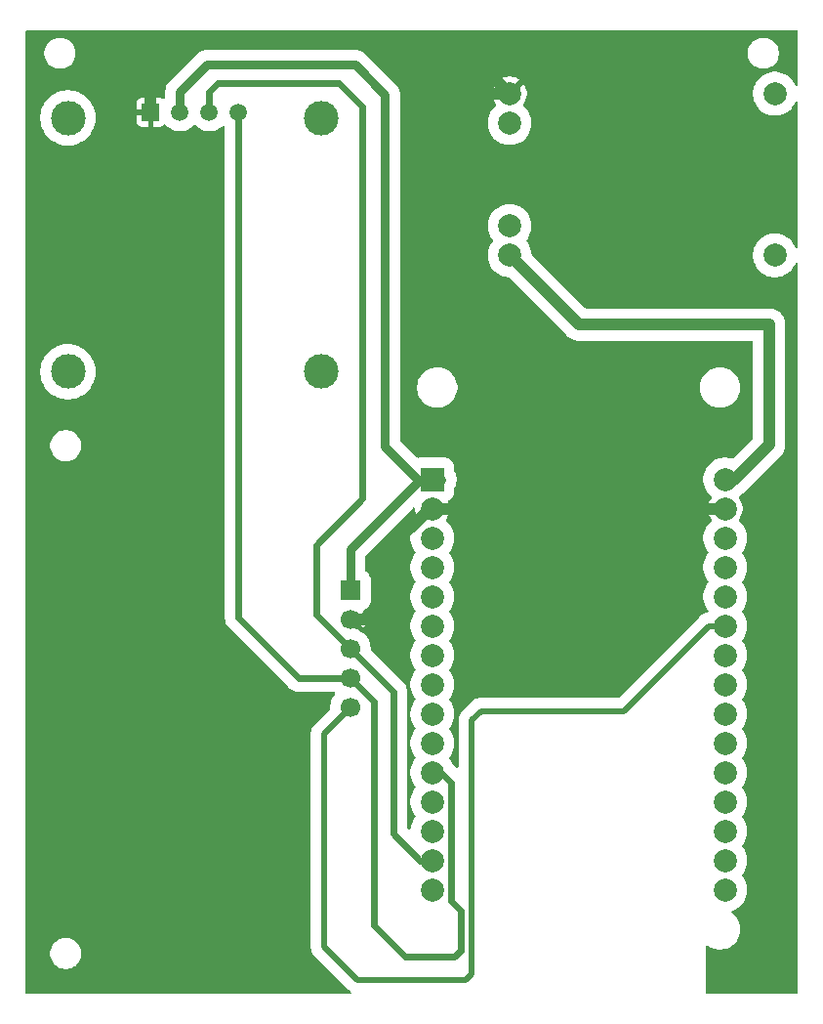
<source format=gbr>
%TF.GenerationSoftware,KiCad,Pcbnew,9.0.2*%
%TF.CreationDate,2025-07-16T22:08:15-05:00*%
%TF.ProjectId,PCB,5043422e-6b69-4636-9164-5f7063625858,rev?*%
%TF.SameCoordinates,Original*%
%TF.FileFunction,Copper,L2,Bot*%
%TF.FilePolarity,Positive*%
%FSLAX46Y46*%
G04 Gerber Fmt 4.6, Leading zero omitted, Abs format (unit mm)*
G04 Created by KiCad (PCBNEW 9.0.2) date 2025-07-16 22:08:15*
%MOMM*%
%LPD*%
G01*
G04 APERTURE LIST*
%TA.AperFunction,ComponentPad*%
%ADD10R,1.700000X1.700000*%
%TD*%
%TA.AperFunction,ComponentPad*%
%ADD11C,1.700000*%
%TD*%
%TA.AperFunction,ComponentPad*%
%ADD12C,2.000000*%
%TD*%
%TA.AperFunction,ComponentPad*%
%ADD13R,1.508000X1.508000*%
%TD*%
%TA.AperFunction,ComponentPad*%
%ADD14C,1.508000*%
%TD*%
%TA.AperFunction,ComponentPad*%
%ADD15C,3.000000*%
%TD*%
%TA.AperFunction,ComponentPad*%
%ADD16R,2.000000X2.000000*%
%TD*%
%TA.AperFunction,Conductor*%
%ADD17C,0.500000*%
%TD*%
%TA.AperFunction,Conductor*%
%ADD18C,0.600000*%
%TD*%
%TA.AperFunction,Conductor*%
%ADD19C,1.000000*%
%TD*%
%TA.AperFunction,Conductor*%
%ADD20C,0.800000*%
%TD*%
G04 APERTURE END LIST*
D10*
%TO.P,J2,1,Pin_1*%
%TO.N,+3V3*%
X149690000Y-99515000D03*
D11*
%TO.P,J2,2,Pin_2*%
%TO.N,GND*%
X149690000Y-102055000D03*
%TO.P,J2,3,Pin_3*%
%TO.N,/SCL1*%
X149690000Y-104595000D03*
%TO.P,J2,4,Pin_4*%
%TO.N,/SDA1*%
X149690000Y-107135000D03*
%TO.P,J2,5,Pin_5*%
%TO.N,/DRDY1*%
X149690000Y-109675000D03*
%TD*%
D12*
%TO.P,U4,1,IN+*%
%TO.N,unconnected-(U4-IN+-Pad1)*%
X186500000Y-70500000D03*
%TO.P,U4,2,IN-*%
%TO.N,unconnected-(U4-IN--Pad2)*%
X186500000Y-56500000D03*
%TO.P,U4,3,OUT+*%
%TO.N,VBAT*%
X163500000Y-70500000D03*
%TO.P,U4,4,OUT-*%
%TO.N,GND*%
X163500000Y-56500000D03*
%TO.P,U4,5,B+*%
%TO.N,unconnected-(U4-B+-Pad5)*%
X163500000Y-67960000D03*
%TO.P,U4,6,B-*%
%TO.N,unconnected-(U4-B--Pad6)*%
X163500000Y-59040000D03*
%TD*%
D13*
%TO.P,U2,1,GND*%
%TO.N,GND*%
X132380000Y-58095000D03*
D14*
%TO.P,U2,2,VCC_IN*%
%TO.N,+3V3*%
X134920000Y-58095000D03*
%TO.P,U2,3,SCL*%
%TO.N,/SCL1*%
X137460000Y-58095000D03*
%TO.P,U2,4,SDA*%
%TO.N,/SDA1*%
X140000000Y-58095000D03*
D15*
%TO.P,U2,S1*%
%TO.N,N/C*%
X125190000Y-58595000D03*
%TO.P,U2,S2*%
X147190000Y-58595000D03*
%TO.P,U2,S3*%
X147190000Y-80595000D03*
%TO.P,U2,S4*%
X125190000Y-80595000D03*
%TD*%
D16*
%TO.P,U1,1,3V3*%
%TO.N,+3V3*%
X156800000Y-89920000D03*
D12*
%TO.P,U1,2,GND*%
%TO.N,GND*%
X156800000Y-92460000D03*
%TO.P,U1,3,D15*%
%TO.N,unconnected-(U1-D15-Pad3)*%
X156800000Y-95000000D03*
%TO.P,U1,4,D2*%
%TO.N,unconnected-(U1-D2-Pad4)*%
X156800000Y-97540000D03*
%TO.P,U1,5,D4*%
%TO.N,unconnected-(U1-D4-Pad5)*%
X156800000Y-100080000D03*
%TO.P,U1,6,RX2*%
%TO.N,unconnected-(U1-RX2-Pad6)*%
X156800000Y-102620000D03*
%TO.P,U1,7,TX2*%
%TO.N,unconnected-(U1-TX2-Pad7)*%
X156800000Y-105160000D03*
%TO.P,U1,8,D5*%
%TO.N,unconnected-(U1-D5-Pad8)*%
X156800000Y-107700000D03*
%TO.P,U1,9,D18*%
%TO.N,unconnected-(U1-D18-Pad9)*%
X156800000Y-110240000D03*
%TO.P,U1,10,D19*%
%TO.N,unconnected-(U1-D19-Pad10)*%
X156800000Y-112780000D03*
%TO.P,U1,11,D21*%
%TO.N,/SDA1*%
X156800000Y-115320000D03*
%TO.P,U1,12,RX0*%
%TO.N,unconnected-(U1-RX0-Pad12)*%
X156800000Y-117860000D03*
%TO.P,U1,13,TX0*%
%TO.N,unconnected-(U1-TX0-Pad13)*%
X156800000Y-120400000D03*
%TO.P,U1,14,D22*%
%TO.N,/SCL1*%
X156800000Y-122940000D03*
%TO.P,U1,15,D23*%
%TO.N,unconnected-(U1-D23-Pad15)*%
X156800000Y-125480000D03*
%TO.P,U1,16,EN*%
%TO.N,unconnected-(U1-EN-Pad16)*%
X182200000Y-125480000D03*
%TO.P,U1,17,VP*%
%TO.N,unconnected-(U1-VP-Pad17)*%
X182200000Y-122940000D03*
%TO.P,U1,18,VN*%
%TO.N,unconnected-(U1-VN-Pad18)*%
X182200000Y-120400000D03*
%TO.P,U1,19,D34*%
%TO.N,unconnected-(U1-D34-Pad19)*%
X182200000Y-117860000D03*
%TO.P,U1,20,D35*%
%TO.N,unconnected-(U1-D35-Pad20)*%
X182200000Y-115320000D03*
%TO.P,U1,21,D32*%
%TO.N,unconnected-(U1-D32-Pad21)*%
X182200000Y-112780000D03*
%TO.P,U1,22,D33*%
%TO.N,unconnected-(U1-D33-Pad22)*%
X182200000Y-110240000D03*
%TO.P,U1,23,D25*%
%TO.N,unconnected-(U1-D25-Pad23)*%
X182200000Y-107700000D03*
%TO.P,U1,24,D26*%
%TO.N,unconnected-(U1-D26-Pad24)*%
X182200000Y-105160000D03*
%TO.P,U1,25,D27*%
%TO.N,/DRDY1*%
X182200000Y-102620000D03*
%TO.P,U1,26,D14*%
%TO.N,unconnected-(U1-D14-Pad26)*%
X182200000Y-100080000D03*
%TO.P,U1,27,D12*%
%TO.N,unconnected-(U1-D12-Pad27)*%
X182200000Y-97540000D03*
%TO.P,U1,28,D13*%
%TO.N,unconnected-(U1-D13-Pad28)*%
X182200000Y-95000000D03*
%TO.P,U1,29,GND*%
%TO.N,GND*%
X182200000Y-92460000D03*
%TO.P,U1,30,VIN*%
%TO.N,VBAT*%
X182200000Y-89920000D03*
%TD*%
D17*
%TO.N,/DRDY1*%
X147405702Y-111959298D02*
X149690000Y-109675000D01*
X147405702Y-130405702D02*
X147405702Y-111959298D01*
X160219743Y-132794057D02*
X159726643Y-133287157D01*
X150287157Y-133287157D02*
X147405702Y-130405702D01*
X159726643Y-133287157D02*
X150287157Y-133287157D01*
X160219743Y-110780257D02*
X160219743Y-132794057D01*
X173405787Y-110000000D02*
X161000000Y-110000000D01*
X161000000Y-110000000D02*
X160219743Y-110780257D01*
X180785787Y-102620000D02*
X173405787Y-110000000D01*
X182200000Y-102620000D02*
X180785787Y-102620000D01*
D18*
%TO.N,/SDA1*%
X140000000Y-101905000D02*
X140000000Y-58095000D01*
X158694000Y-131306000D02*
X159271000Y-130729000D01*
X145230000Y-107135000D02*
X140000000Y-101905000D01*
X159271000Y-127260448D02*
X158441004Y-126430452D01*
X151690000Y-128595000D02*
X154401000Y-131306000D01*
X158441004Y-116161004D02*
X157600000Y-115320000D01*
X154401000Y-131306000D02*
X158694000Y-131306000D01*
X139690000Y-58095000D02*
X140000000Y-58095000D01*
X149690000Y-107135000D02*
X151690000Y-109135000D01*
X159271000Y-130729000D02*
X159271000Y-127260448D01*
X158441004Y-126430452D02*
X158441004Y-116161004D01*
X151690000Y-109135000D02*
X151690000Y-128595000D01*
X149690000Y-107135000D02*
X145230000Y-107135000D01*
D19*
%TO.N,GND*%
X149690000Y-102055000D02*
X150892081Y-102055000D01*
X150892081Y-102055000D02*
X153190000Y-99757081D01*
X159095000Y-52095000D02*
X163500000Y-56500000D01*
X136190000Y-52095000D02*
X159095000Y-52095000D01*
X132380000Y-55905000D02*
X136190000Y-52095000D01*
X153190000Y-95810000D02*
X156445000Y-92555000D01*
X160960000Y-92460000D02*
X182200000Y-92460000D01*
X156800000Y-92460000D02*
X159040000Y-92460000D01*
X159040000Y-92460000D02*
X160000000Y-91500000D01*
X160000000Y-91500000D02*
X160000000Y-56500000D01*
X160000000Y-56500000D02*
X163500000Y-56500000D01*
X160960000Y-92460000D02*
X160000000Y-91500000D01*
X153190000Y-99757081D02*
X153190000Y-95810000D01*
X132380000Y-58095000D02*
X132380000Y-55905000D01*
D20*
%TO.N,+3V3*%
X137285000Y-54000000D02*
X134920000Y-56365000D01*
X152690000Y-87095000D02*
X152690000Y-56595000D01*
X134920000Y-56365000D02*
X134920000Y-58095000D01*
X150095000Y-54000000D02*
X137285000Y-54000000D01*
X149690000Y-99515000D02*
X149690000Y-95935000D01*
X152690000Y-56595000D02*
X150095000Y-54000000D01*
X155610000Y-90015000D02*
X157505000Y-90015000D01*
X149690000Y-95935000D02*
X155610000Y-90015000D01*
X155610000Y-90015000D02*
X152690000Y-87095000D01*
X157505000Y-90015000D02*
X157600000Y-89920000D01*
D18*
%TO.N,/SCL1*%
X153382034Y-120575910D02*
X155746124Y-122940000D01*
X146690000Y-95595000D02*
X146690000Y-101595000D01*
X149690000Y-104595000D02*
X150190000Y-104595000D01*
X148677810Y-55582810D02*
X150690000Y-57595000D01*
X137460000Y-56325000D02*
X138202190Y-55582810D01*
X149690000Y-104595000D02*
X153382034Y-108287034D01*
X137460000Y-58095000D02*
X137460000Y-56325000D01*
X150690000Y-91595000D02*
X146690000Y-95595000D01*
X150690000Y-57595000D02*
X150690000Y-91595000D01*
X138202190Y-55582810D02*
X148677810Y-55582810D01*
X146690000Y-101595000D02*
X149690000Y-104595000D01*
X155746124Y-122940000D02*
X156800000Y-122940000D01*
X153382034Y-108287034D02*
X153382034Y-120575910D01*
D19*
%TO.N,VBAT*%
X186000000Y-86920000D02*
X183000000Y-89920000D01*
X163500000Y-70500000D02*
X169500000Y-76500000D01*
X186000000Y-76500000D02*
X186000000Y-86920000D01*
X169500000Y-76500000D02*
X186000000Y-76500000D01*
%TD*%
%TA.AperFunction,Conductor*%
%TO.N,GND*%
G36*
X188442539Y-51020185D02*
G01*
X188488294Y-51072989D01*
X188499500Y-51124500D01*
X188499500Y-55737584D01*
X188479815Y-55804623D01*
X188427011Y-55850378D01*
X188357853Y-55860322D01*
X188294297Y-55831297D01*
X188260939Y-55785037D01*
X188223726Y-55695197D01*
X188208164Y-55657627D01*
X188083599Y-55441873D01*
X187931938Y-55244224D01*
X187931933Y-55244218D01*
X187755781Y-55068066D01*
X187755774Y-55068060D01*
X187558126Y-54916400D01*
X187342376Y-54791837D01*
X187342361Y-54791830D01*
X187112207Y-54696498D01*
X186871561Y-54632017D01*
X186624575Y-54599501D01*
X186624570Y-54599500D01*
X186624565Y-54599500D01*
X186375435Y-54599500D01*
X186375429Y-54599500D01*
X186375424Y-54599501D01*
X186128438Y-54632017D01*
X185887792Y-54696498D01*
X185657638Y-54791830D01*
X185657623Y-54791837D01*
X185441873Y-54916400D01*
X185244225Y-55068060D01*
X185244218Y-55068066D01*
X185068066Y-55244218D01*
X185068060Y-55244225D01*
X184916400Y-55441873D01*
X184791837Y-55657623D01*
X184791830Y-55657638D01*
X184696498Y-55887792D01*
X184632017Y-56128438D01*
X184599501Y-56375424D01*
X184599500Y-56375435D01*
X184599500Y-56624558D01*
X184599501Y-56624575D01*
X184631018Y-56863976D01*
X184632018Y-56871565D01*
X184651678Y-56944936D01*
X184696498Y-57112207D01*
X184791830Y-57342361D01*
X184791837Y-57342376D01*
X184916400Y-57558126D01*
X185068060Y-57755774D01*
X185068066Y-57755781D01*
X185244218Y-57931933D01*
X185244225Y-57931939D01*
X185441873Y-58083599D01*
X185657623Y-58208162D01*
X185657638Y-58208169D01*
X185756825Y-58249253D01*
X185887793Y-58303502D01*
X186128435Y-58367982D01*
X186375435Y-58400500D01*
X186375442Y-58400500D01*
X186624558Y-58400500D01*
X186624565Y-58400500D01*
X186871565Y-58367982D01*
X187112207Y-58303502D01*
X187342373Y-58208164D01*
X187558127Y-58083599D01*
X187755776Y-57931938D01*
X187931938Y-57755776D01*
X188083599Y-57558127D01*
X188208164Y-57342373D01*
X188260939Y-57214962D01*
X188304780Y-57160559D01*
X188371074Y-57138494D01*
X188438773Y-57155773D01*
X188486384Y-57206910D01*
X188499500Y-57262415D01*
X188499500Y-69737584D01*
X188479815Y-69804623D01*
X188427011Y-69850378D01*
X188357853Y-69860322D01*
X188294297Y-69831297D01*
X188260939Y-69785037D01*
X188241283Y-69737584D01*
X188208164Y-69657627D01*
X188083599Y-69441873D01*
X187931938Y-69244224D01*
X187931933Y-69244218D01*
X187755781Y-69068066D01*
X187755774Y-69068060D01*
X187558126Y-68916400D01*
X187342376Y-68791837D01*
X187342361Y-68791830D01*
X187112207Y-68696498D01*
X186871561Y-68632017D01*
X186624575Y-68599501D01*
X186624570Y-68599500D01*
X186624565Y-68599500D01*
X186375435Y-68599500D01*
X186375429Y-68599500D01*
X186375424Y-68599501D01*
X186128438Y-68632017D01*
X185887792Y-68696498D01*
X185657638Y-68791830D01*
X185657623Y-68791837D01*
X185441873Y-68916400D01*
X185244225Y-69068060D01*
X185244218Y-69068066D01*
X185068066Y-69244218D01*
X185068060Y-69244225D01*
X184916400Y-69441873D01*
X184791837Y-69657623D01*
X184791830Y-69657638D01*
X184696498Y-69887792D01*
X184632017Y-70128438D01*
X184599501Y-70375424D01*
X184599500Y-70375441D01*
X184599500Y-70624558D01*
X184599501Y-70624575D01*
X184632017Y-70871561D01*
X184696498Y-71112207D01*
X184791830Y-71342361D01*
X184791837Y-71342376D01*
X184916400Y-71558126D01*
X185068060Y-71755774D01*
X185068066Y-71755781D01*
X185244218Y-71931933D01*
X185244225Y-71931939D01*
X185441873Y-72083599D01*
X185657623Y-72208162D01*
X185657638Y-72208169D01*
X185756825Y-72249253D01*
X185887793Y-72303502D01*
X186128435Y-72367982D01*
X186375435Y-72400500D01*
X186375442Y-72400500D01*
X186624558Y-72400500D01*
X186624565Y-72400500D01*
X186871565Y-72367982D01*
X187112207Y-72303502D01*
X187342373Y-72208164D01*
X187558127Y-72083599D01*
X187755776Y-71931938D01*
X187931938Y-71755776D01*
X188083599Y-71558127D01*
X188208164Y-71342373D01*
X188260939Y-71214962D01*
X188304780Y-71160559D01*
X188371074Y-71138494D01*
X188438773Y-71155773D01*
X188486384Y-71206910D01*
X188499500Y-71262415D01*
X188499500Y-134375500D01*
X188479815Y-134442539D01*
X188427011Y-134488294D01*
X188375500Y-134499500D01*
X180624000Y-134499500D01*
X180556961Y-134479815D01*
X180511206Y-134427011D01*
X180500000Y-134375500D01*
X180500000Y-130424091D01*
X180519685Y-130357052D01*
X180572489Y-130311297D01*
X180641647Y-130301353D01*
X180699484Y-130325714D01*
X180755388Y-130368611D01*
X180954112Y-130483344D01*
X180954117Y-130483346D01*
X180954123Y-130483349D01*
X181045480Y-130521190D01*
X181166113Y-130571158D01*
X181387762Y-130630548D01*
X181615266Y-130660500D01*
X181615273Y-130660500D01*
X181844727Y-130660500D01*
X181844734Y-130660500D01*
X182072238Y-130630548D01*
X182293887Y-130571158D01*
X182505888Y-130483344D01*
X182704612Y-130368611D01*
X182886661Y-130228919D01*
X182886665Y-130228914D01*
X182886670Y-130228911D01*
X183048911Y-130066670D01*
X183048914Y-130066665D01*
X183048919Y-130066661D01*
X183188611Y-129884612D01*
X183303344Y-129685888D01*
X183391158Y-129473887D01*
X183450548Y-129252238D01*
X183480500Y-129024734D01*
X183480500Y-128795266D01*
X183450548Y-128567762D01*
X183391158Y-128346113D01*
X183303344Y-128134112D01*
X183188611Y-127935388D01*
X183188608Y-127935385D01*
X183188607Y-127935382D01*
X183048918Y-127753338D01*
X183048911Y-127753330D01*
X182886670Y-127591089D01*
X182886665Y-127591085D01*
X182886661Y-127591081D01*
X182769776Y-127501391D01*
X182728576Y-127444966D01*
X182724421Y-127375219D01*
X182758634Y-127314299D01*
X182808690Y-127285798D01*
X182808355Y-127284810D01*
X182812192Y-127283505D01*
X182812207Y-127283502D01*
X183042373Y-127188164D01*
X183258127Y-127063599D01*
X183455776Y-126911938D01*
X183631938Y-126735776D01*
X183783599Y-126538127D01*
X183908164Y-126322373D01*
X184003502Y-126092207D01*
X184067982Y-125851565D01*
X184100500Y-125604565D01*
X184100500Y-125355435D01*
X184067982Y-125108435D01*
X184003502Y-124867793D01*
X183908164Y-124637627D01*
X183783599Y-124421873D01*
X183678946Y-124285486D01*
X183653752Y-124220317D01*
X183667790Y-124151872D01*
X183678946Y-124134514D01*
X183695260Y-124113251D01*
X183783599Y-123998127D01*
X183908164Y-123782373D01*
X184003502Y-123552207D01*
X184067982Y-123311565D01*
X184100500Y-123064565D01*
X184100500Y-122815435D01*
X184067982Y-122568435D01*
X184003502Y-122327793D01*
X183908164Y-122097627D01*
X183898854Y-122081502D01*
X183783599Y-121881873D01*
X183678946Y-121745486D01*
X183653752Y-121680317D01*
X183667790Y-121611872D01*
X183678946Y-121594514D01*
X183695260Y-121573251D01*
X183783599Y-121458127D01*
X183908164Y-121242373D01*
X184003502Y-121012207D01*
X184067982Y-120771565D01*
X184100500Y-120524565D01*
X184100500Y-120275435D01*
X184067982Y-120028435D01*
X184003502Y-119787793D01*
X183908164Y-119557627D01*
X183783599Y-119341873D01*
X183678946Y-119205486D01*
X183653752Y-119140317D01*
X183667790Y-119071872D01*
X183678946Y-119054514D01*
X183695260Y-119033251D01*
X183783599Y-118918127D01*
X183908164Y-118702373D01*
X184003502Y-118472207D01*
X184067982Y-118231565D01*
X184100500Y-117984565D01*
X184100500Y-117735435D01*
X184067982Y-117488435D01*
X184003502Y-117247793D01*
X183908164Y-117017627D01*
X183783599Y-116801873D01*
X183678946Y-116665486D01*
X183653752Y-116600317D01*
X183667790Y-116531872D01*
X183678946Y-116514514D01*
X183695260Y-116493251D01*
X183783599Y-116378127D01*
X183908164Y-116162373D01*
X184003502Y-115932207D01*
X184067982Y-115691565D01*
X184100500Y-115444565D01*
X184100500Y-115195435D01*
X184067982Y-114948435D01*
X184003502Y-114707793D01*
X183908164Y-114477627D01*
X183783599Y-114261873D01*
X183678946Y-114125486D01*
X183653752Y-114060317D01*
X183667790Y-113991872D01*
X183678946Y-113974514D01*
X183695260Y-113953251D01*
X183783599Y-113838127D01*
X183908164Y-113622373D01*
X184003502Y-113392207D01*
X184067982Y-113151565D01*
X184100500Y-112904565D01*
X184100500Y-112655435D01*
X184067982Y-112408435D01*
X184003502Y-112167793D01*
X183908164Y-111937627D01*
X183783599Y-111721873D01*
X183678946Y-111585486D01*
X183653752Y-111520317D01*
X183667790Y-111451872D01*
X183678946Y-111434514D01*
X183738959Y-111356303D01*
X183783599Y-111298127D01*
X183908164Y-111082373D01*
X184003502Y-110852207D01*
X184067982Y-110611565D01*
X184100500Y-110364565D01*
X184100500Y-110115435D01*
X184067982Y-109868435D01*
X184003502Y-109627793D01*
X183908164Y-109397627D01*
X183870714Y-109332762D01*
X183783599Y-109181873D01*
X183678946Y-109045486D01*
X183653752Y-108980317D01*
X183667790Y-108911872D01*
X183678946Y-108894514D01*
X183715661Y-108846666D01*
X183783599Y-108758127D01*
X183908164Y-108542373D01*
X184003502Y-108312207D01*
X184067982Y-108071565D01*
X184100500Y-107824565D01*
X184100500Y-107575435D01*
X184067982Y-107328435D01*
X184003502Y-107087793D01*
X183908164Y-106857627D01*
X183783599Y-106641873D01*
X183678946Y-106505486D01*
X183653752Y-106440317D01*
X183667790Y-106371872D01*
X183678946Y-106354514D01*
X183695260Y-106333251D01*
X183783599Y-106218127D01*
X183908164Y-106002373D01*
X184003502Y-105772207D01*
X184067982Y-105531565D01*
X184100500Y-105284565D01*
X184100500Y-105035435D01*
X184067982Y-104788435D01*
X184003502Y-104547793D01*
X183908164Y-104317627D01*
X183870714Y-104252762D01*
X183783599Y-104101873D01*
X183678946Y-103965486D01*
X183653752Y-103900317D01*
X183667790Y-103831872D01*
X183678946Y-103814514D01*
X183695260Y-103793251D01*
X183783599Y-103678127D01*
X183908164Y-103462373D01*
X184003502Y-103232207D01*
X184067982Y-102991565D01*
X184100500Y-102744565D01*
X184100500Y-102495435D01*
X184067982Y-102248435D01*
X184003502Y-102007793D01*
X183943115Y-101862007D01*
X183908169Y-101777638D01*
X183908162Y-101777623D01*
X183783599Y-101561873D01*
X183678946Y-101425486D01*
X183653752Y-101360317D01*
X183667790Y-101291872D01*
X183678946Y-101274514D01*
X183717941Y-101223694D01*
X183783599Y-101138127D01*
X183908164Y-100922373D01*
X184003502Y-100692207D01*
X184067982Y-100451565D01*
X184100500Y-100204565D01*
X184100500Y-99955435D01*
X184067982Y-99708435D01*
X184003502Y-99467793D01*
X183908164Y-99237627D01*
X183783599Y-99021873D01*
X183678946Y-98885486D01*
X183653752Y-98820317D01*
X183667790Y-98751872D01*
X183678946Y-98734514D01*
X183695260Y-98713251D01*
X183783599Y-98598127D01*
X183908164Y-98382373D01*
X184003502Y-98152207D01*
X184067982Y-97911565D01*
X184100500Y-97664565D01*
X184100500Y-97415435D01*
X184067982Y-97168435D01*
X184003502Y-96927793D01*
X183908164Y-96697627D01*
X183783599Y-96481873D01*
X183678946Y-96345486D01*
X183653752Y-96280317D01*
X183667790Y-96211872D01*
X183678946Y-96194514D01*
X183717994Y-96143625D01*
X183783599Y-96058127D01*
X183908164Y-95842373D01*
X184003502Y-95612207D01*
X184067982Y-95371565D01*
X184100500Y-95124565D01*
X184100500Y-94875435D01*
X184067982Y-94628435D01*
X184003502Y-94387793D01*
X183908164Y-94157627D01*
X183783599Y-93941873D01*
X183631938Y-93744224D01*
X183631933Y-93744218D01*
X183455781Y-93568066D01*
X183455774Y-93568060D01*
X183418878Y-93539749D01*
X183377675Y-93483322D01*
X183373520Y-93413576D01*
X183394046Y-93368487D01*
X183482914Y-93246171D01*
X183590102Y-93035802D01*
X183663065Y-92811247D01*
X183700000Y-92578052D01*
X183700000Y-92341947D01*
X183663065Y-92108752D01*
X183590102Y-91884197D01*
X183482914Y-91673828D01*
X183394046Y-91551512D01*
X183370566Y-91485705D01*
X183386391Y-91417651D01*
X183418876Y-91380251D01*
X183455776Y-91351938D01*
X183630181Y-91177532D01*
X183661558Y-91154736D01*
X183734022Y-91117815D01*
X183912364Y-90988242D01*
X186905296Y-87995308D01*
X186905303Y-87995303D01*
X186912363Y-87988243D01*
X186912365Y-87988242D01*
X187068242Y-87832365D01*
X187197815Y-87654022D01*
X187297895Y-87457606D01*
X187366015Y-87247951D01*
X187374029Y-87197352D01*
X187400501Y-87030221D01*
X187400501Y-86809778D01*
X187400501Y-86805377D01*
X187400500Y-86805362D01*
X187400500Y-76389778D01*
X187366015Y-76172049D01*
X187297895Y-75962394D01*
X187297895Y-75962393D01*
X187263237Y-75894375D01*
X187197815Y-75765978D01*
X187181260Y-75743192D01*
X187068247Y-75587641D01*
X187068243Y-75587636D01*
X186912363Y-75431756D01*
X186912358Y-75431752D01*
X186734025Y-75302187D01*
X186734024Y-75302186D01*
X186734022Y-75302185D01*
X186671096Y-75270122D01*
X186537606Y-75202104D01*
X186537603Y-75202103D01*
X186327952Y-75133985D01*
X186219086Y-75116742D01*
X186110222Y-75099500D01*
X186110221Y-75099500D01*
X170131469Y-75099500D01*
X170064430Y-75079815D01*
X170043788Y-75063181D01*
X165436619Y-70456012D01*
X165403134Y-70394689D01*
X165400565Y-70376430D01*
X165400500Y-70375441D01*
X165400500Y-70375435D01*
X165367982Y-70128435D01*
X165303502Y-69887793D01*
X165208166Y-69657633D01*
X165208162Y-69657623D01*
X165083599Y-69441873D01*
X164978946Y-69305486D01*
X164953752Y-69240317D01*
X164967790Y-69171872D01*
X164978946Y-69154514D01*
X164995260Y-69133251D01*
X165083599Y-69018127D01*
X165208164Y-68802373D01*
X165303502Y-68572207D01*
X165367982Y-68331565D01*
X165400500Y-68084565D01*
X165400500Y-67835435D01*
X165367982Y-67588435D01*
X165303502Y-67347793D01*
X165208164Y-67117627D01*
X165083599Y-66901873D01*
X164931938Y-66704224D01*
X164931933Y-66704218D01*
X164755781Y-66528066D01*
X164755774Y-66528060D01*
X164558126Y-66376400D01*
X164342376Y-66251837D01*
X164342361Y-66251830D01*
X164112207Y-66156498D01*
X163871561Y-66092017D01*
X163624575Y-66059501D01*
X163624570Y-66059500D01*
X163624565Y-66059500D01*
X163375435Y-66059500D01*
X163375429Y-66059500D01*
X163375424Y-66059501D01*
X163128438Y-66092017D01*
X162887792Y-66156498D01*
X162657638Y-66251830D01*
X162657623Y-66251837D01*
X162441873Y-66376400D01*
X162244225Y-66528060D01*
X162244218Y-66528066D01*
X162068066Y-66704218D01*
X162068060Y-66704225D01*
X161916400Y-66901873D01*
X161791837Y-67117623D01*
X161791830Y-67117638D01*
X161696498Y-67347792D01*
X161632017Y-67588438D01*
X161599501Y-67835424D01*
X161599500Y-67835441D01*
X161599500Y-68084558D01*
X161599501Y-68084575D01*
X161632017Y-68331561D01*
X161696498Y-68572207D01*
X161791830Y-68802361D01*
X161791837Y-68802376D01*
X161916400Y-69018126D01*
X162021053Y-69154514D01*
X162046247Y-69219683D01*
X162032208Y-69288128D01*
X162021053Y-69305486D01*
X161916400Y-69441873D01*
X161791837Y-69657623D01*
X161791830Y-69657638D01*
X161696498Y-69887792D01*
X161632017Y-70128438D01*
X161599501Y-70375424D01*
X161599500Y-70375441D01*
X161599500Y-70624558D01*
X161599501Y-70624575D01*
X161632017Y-70871561D01*
X161696498Y-71112207D01*
X161791830Y-71342361D01*
X161791837Y-71342376D01*
X161916400Y-71558126D01*
X162068060Y-71755774D01*
X162068066Y-71755781D01*
X162244218Y-71931933D01*
X162244225Y-71931939D01*
X162441873Y-72083599D01*
X162657623Y-72208162D01*
X162657638Y-72208169D01*
X162756825Y-72249253D01*
X162887793Y-72303502D01*
X163128435Y-72367982D01*
X163375435Y-72400500D01*
X163375445Y-72400500D01*
X163376429Y-72400565D01*
X163376710Y-72400668D01*
X163379459Y-72401030D01*
X163379378Y-72401644D01*
X163442040Y-72424585D01*
X163456013Y-72436619D01*
X168431757Y-77412364D01*
X168587636Y-77568243D01*
X168587641Y-77568247D01*
X168743192Y-77681260D01*
X168765978Y-77697815D01*
X168894375Y-77763237D01*
X168962393Y-77797895D01*
X168962396Y-77797896D01*
X169067221Y-77831955D01*
X169172049Y-77866015D01*
X169389778Y-77900500D01*
X184475500Y-77900500D01*
X184542539Y-77920185D01*
X184588294Y-77972989D01*
X184599500Y-78024500D01*
X184599500Y-86288531D01*
X184579815Y-86355570D01*
X184563181Y-86376212D01*
X182871259Y-88068133D01*
X182809936Y-88101618D01*
X182751485Y-88100227D01*
X182571563Y-88052017D01*
X182324575Y-88019501D01*
X182324570Y-88019500D01*
X182324565Y-88019500D01*
X182075435Y-88019500D01*
X182075429Y-88019500D01*
X182075424Y-88019501D01*
X181828438Y-88052017D01*
X181587792Y-88116498D01*
X181357638Y-88211830D01*
X181357623Y-88211837D01*
X181141873Y-88336400D01*
X180944225Y-88488060D01*
X180944218Y-88488066D01*
X180768066Y-88664218D01*
X180768060Y-88664225D01*
X180616400Y-88861873D01*
X180491837Y-89077623D01*
X180491830Y-89077638D01*
X180396498Y-89307792D01*
X180332017Y-89548438D01*
X180299501Y-89795424D01*
X180299500Y-89795441D01*
X180299500Y-90044558D01*
X180299501Y-90044575D01*
X180332017Y-90291561D01*
X180396498Y-90532207D01*
X180491830Y-90762361D01*
X180491837Y-90762376D01*
X180616400Y-90978126D01*
X180768060Y-91175774D01*
X180768066Y-91175781D01*
X180944218Y-91351933D01*
X180944223Y-91351937D01*
X180981120Y-91380249D01*
X181022324Y-91436677D01*
X181026479Y-91506423D01*
X181005953Y-91551511D01*
X180917087Y-91673825D01*
X180809897Y-91884197D01*
X180736934Y-92108752D01*
X180700000Y-92341947D01*
X180700000Y-92578052D01*
X180736934Y-92811247D01*
X180809897Y-93035802D01*
X180917087Y-93246174D01*
X181005953Y-93368488D01*
X181029433Y-93434294D01*
X181013608Y-93502348D01*
X180981122Y-93539748D01*
X180944228Y-93568058D01*
X180944218Y-93568066D01*
X180768066Y-93744218D01*
X180768060Y-93744225D01*
X180616400Y-93941873D01*
X180491837Y-94157623D01*
X180491830Y-94157638D01*
X180396498Y-94387792D01*
X180332017Y-94628438D01*
X180299501Y-94875424D01*
X180299500Y-94875435D01*
X180299500Y-95124558D01*
X180299501Y-95124575D01*
X180332017Y-95371561D01*
X180396498Y-95612207D01*
X180491830Y-95842361D01*
X180491837Y-95842376D01*
X180616400Y-96058126D01*
X180721053Y-96194514D01*
X180746247Y-96259683D01*
X180732208Y-96328128D01*
X180721053Y-96345486D01*
X180616400Y-96481873D01*
X180491837Y-96697623D01*
X180491830Y-96697638D01*
X180396498Y-96927792D01*
X180332017Y-97168438D01*
X180299501Y-97415424D01*
X180299500Y-97415441D01*
X180299500Y-97664558D01*
X180299501Y-97664575D01*
X180332017Y-97911561D01*
X180396498Y-98152207D01*
X180491830Y-98382361D01*
X180491837Y-98382376D01*
X180616400Y-98598126D01*
X180721053Y-98734514D01*
X180746247Y-98799683D01*
X180732208Y-98868128D01*
X180721053Y-98885486D01*
X180616400Y-99021873D01*
X180491837Y-99237623D01*
X180491830Y-99237638D01*
X180396498Y-99467792D01*
X180332017Y-99708438D01*
X180299501Y-99955424D01*
X180299500Y-99955441D01*
X180299500Y-100204558D01*
X180299501Y-100204575D01*
X180332017Y-100451561D01*
X180396498Y-100692207D01*
X180491830Y-100922361D01*
X180491837Y-100922376D01*
X180616400Y-101138126D01*
X180721053Y-101274513D01*
X180731092Y-101300482D01*
X180744147Y-101325079D01*
X180743517Y-101332621D01*
X180746247Y-101339682D01*
X180740652Y-101366960D01*
X180738337Y-101394707D01*
X180733019Y-101404177D01*
X180732209Y-101408127D01*
X180721056Y-101425481D01*
X180716299Y-101431681D01*
X180659873Y-101472886D01*
X180637319Y-101478672D01*
X180516382Y-101497828D01*
X180516372Y-101497830D01*
X180344150Y-101553787D01*
X180344147Y-101553788D01*
X180182789Y-101636006D01*
X180036292Y-101742441D01*
X180036287Y-101742445D01*
X179908231Y-101870502D01*
X172965553Y-108813181D01*
X172904230Y-108846666D01*
X172877872Y-108849500D01*
X161095681Y-108849500D01*
X161095657Y-108849499D01*
X161090546Y-108849499D01*
X160909454Y-108849499D01*
X160849833Y-108858942D01*
X160730589Y-108877829D01*
X160558363Y-108933787D01*
X160558360Y-108933788D01*
X160397002Y-109016006D01*
X160250505Y-109122441D01*
X160250500Y-109122445D01*
X159342190Y-110030755D01*
X159287889Y-110105494D01*
X159247011Y-110161760D01*
X159235747Y-110177262D01*
X159153531Y-110338617D01*
X159153530Y-110338620D01*
X159097572Y-110510846D01*
X159069242Y-110689712D01*
X159069242Y-110875913D01*
X159069243Y-110875938D01*
X159069243Y-114792117D01*
X159049558Y-114859156D01*
X158996754Y-114904911D01*
X158927596Y-114914855D01*
X158864040Y-114885830D01*
X158857562Y-114879798D01*
X158562921Y-114585157D01*
X158536041Y-114544928D01*
X158508169Y-114477638D01*
X158508162Y-114477623D01*
X158383599Y-114261873D01*
X158278946Y-114125486D01*
X158253752Y-114060317D01*
X158267790Y-113991872D01*
X158278946Y-113974514D01*
X158295260Y-113953251D01*
X158383599Y-113838127D01*
X158508164Y-113622373D01*
X158603502Y-113392207D01*
X158667982Y-113151565D01*
X158700500Y-112904565D01*
X158700500Y-112655435D01*
X158667982Y-112408435D01*
X158603502Y-112167793D01*
X158508164Y-111937627D01*
X158383599Y-111721873D01*
X158278946Y-111585486D01*
X158253752Y-111520317D01*
X158267790Y-111451872D01*
X158278946Y-111434514D01*
X158338959Y-111356303D01*
X158383599Y-111298127D01*
X158508164Y-111082373D01*
X158603502Y-110852207D01*
X158667982Y-110611565D01*
X158700500Y-110364565D01*
X158700500Y-110115435D01*
X158667982Y-109868435D01*
X158603502Y-109627793D01*
X158508164Y-109397627D01*
X158470714Y-109332762D01*
X158383599Y-109181873D01*
X158278946Y-109045486D01*
X158253752Y-108980317D01*
X158267790Y-108911872D01*
X158278946Y-108894514D01*
X158315661Y-108846666D01*
X158383599Y-108758127D01*
X158508164Y-108542373D01*
X158603502Y-108312207D01*
X158667982Y-108071565D01*
X158700500Y-107824565D01*
X158700500Y-107575435D01*
X158667982Y-107328435D01*
X158603502Y-107087793D01*
X158508164Y-106857627D01*
X158383599Y-106641873D01*
X158278946Y-106505486D01*
X158253752Y-106440317D01*
X158267790Y-106371872D01*
X158278946Y-106354514D01*
X158295260Y-106333251D01*
X158383599Y-106218127D01*
X158508164Y-106002373D01*
X158603502Y-105772207D01*
X158667982Y-105531565D01*
X158700500Y-105284565D01*
X158700500Y-105035435D01*
X158667982Y-104788435D01*
X158603502Y-104547793D01*
X158508164Y-104317627D01*
X158470714Y-104252762D01*
X158383599Y-104101873D01*
X158278946Y-103965486D01*
X158253752Y-103900317D01*
X158267790Y-103831872D01*
X158278946Y-103814514D01*
X158295260Y-103793251D01*
X158383599Y-103678127D01*
X158508164Y-103462373D01*
X158603502Y-103232207D01*
X158667982Y-102991565D01*
X158700500Y-102744565D01*
X158700500Y-102495435D01*
X158667982Y-102248435D01*
X158603502Y-102007793D01*
X158543115Y-101862007D01*
X158508169Y-101777638D01*
X158508162Y-101777623D01*
X158383599Y-101561873D01*
X158278946Y-101425486D01*
X158253752Y-101360317D01*
X158267790Y-101291872D01*
X158278946Y-101274514D01*
X158317941Y-101223694D01*
X158383599Y-101138127D01*
X158508164Y-100922373D01*
X158603502Y-100692207D01*
X158667982Y-100451565D01*
X158700500Y-100204565D01*
X158700500Y-99955435D01*
X158667982Y-99708435D01*
X158603502Y-99467793D01*
X158508164Y-99237627D01*
X158383599Y-99021873D01*
X158278946Y-98885486D01*
X158253752Y-98820317D01*
X158267790Y-98751872D01*
X158278946Y-98734514D01*
X158295260Y-98713251D01*
X158383599Y-98598127D01*
X158508164Y-98382373D01*
X158603502Y-98152207D01*
X158667982Y-97911565D01*
X158700500Y-97664565D01*
X158700500Y-97415435D01*
X158667982Y-97168435D01*
X158603502Y-96927793D01*
X158508164Y-96697627D01*
X158383599Y-96481873D01*
X158278946Y-96345486D01*
X158253752Y-96280317D01*
X158267790Y-96211872D01*
X158278946Y-96194514D01*
X158317994Y-96143625D01*
X158383599Y-96058127D01*
X158508164Y-95842373D01*
X158603502Y-95612207D01*
X158667982Y-95371565D01*
X158700500Y-95124565D01*
X158700500Y-94875435D01*
X158667982Y-94628435D01*
X158603502Y-94387793D01*
X158508164Y-94157627D01*
X158383599Y-93941873D01*
X158231938Y-93744224D01*
X158231933Y-93744218D01*
X158055781Y-93568066D01*
X158055774Y-93568060D01*
X158018878Y-93539749D01*
X157977675Y-93483322D01*
X157973520Y-93413576D01*
X157994046Y-93368487D01*
X158082914Y-93246171D01*
X158190102Y-93035802D01*
X158263065Y-92811247D01*
X158300000Y-92578052D01*
X158300000Y-92341947D01*
X158263065Y-92108752D01*
X158190102Y-91884196D01*
X158184786Y-91873762D01*
X158171891Y-91805093D01*
X158198168Y-91740353D01*
X158238975Y-91706985D01*
X158293149Y-91679383D01*
X158440257Y-91560257D01*
X158559383Y-91413149D01*
X158645320Y-91244488D01*
X158694312Y-91061645D01*
X158700500Y-90983021D01*
X158700499Y-90654514D01*
X158714013Y-90598222D01*
X158805220Y-90419218D01*
X158868477Y-90224535D01*
X158900500Y-90022352D01*
X158900500Y-89817649D01*
X158868477Y-89615466D01*
X158805220Y-89420782D01*
X158714013Y-89241778D01*
X158700499Y-89185485D01*
X158700499Y-88856989D01*
X158700498Y-88856970D01*
X158694312Y-88778356D01*
X158663731Y-88664225D01*
X158645320Y-88595512D01*
X158590571Y-88488060D01*
X158559385Y-88426853D01*
X158497555Y-88350500D01*
X158440257Y-88279743D01*
X158353958Y-88209859D01*
X158293146Y-88160614D01*
X158167868Y-88096783D01*
X158124488Y-88074680D01*
X158039911Y-88052018D01*
X157941643Y-88025687D01*
X157869736Y-88020028D01*
X157863021Y-88019500D01*
X157863020Y-88019500D01*
X155736989Y-88019500D01*
X155736970Y-88019501D01*
X155658355Y-88025687D01*
X155658353Y-88025688D01*
X155570965Y-88049102D01*
X155501115Y-88047438D01*
X155451193Y-88017008D01*
X154026819Y-86592634D01*
X153993334Y-86531311D01*
X153990500Y-86504953D01*
X153990500Y-81845258D01*
X155469500Y-81845258D01*
X155469500Y-82074741D01*
X155485608Y-82197084D01*
X155499452Y-82302238D01*
X155558842Y-82523887D01*
X155646650Y-82735876D01*
X155646657Y-82735890D01*
X155761392Y-82934617D01*
X155901081Y-83116661D01*
X155901089Y-83116670D01*
X156063330Y-83278911D01*
X156063338Y-83278918D01*
X156245382Y-83418607D01*
X156245385Y-83418608D01*
X156245388Y-83418611D01*
X156444112Y-83533344D01*
X156444117Y-83533346D01*
X156444123Y-83533349D01*
X156535480Y-83571190D01*
X156656113Y-83621158D01*
X156877762Y-83680548D01*
X157105266Y-83710500D01*
X157105273Y-83710500D01*
X157334727Y-83710500D01*
X157334734Y-83710500D01*
X157562238Y-83680548D01*
X157783887Y-83621158D01*
X157995888Y-83533344D01*
X158194612Y-83418611D01*
X158376661Y-83278919D01*
X158376665Y-83278914D01*
X158376670Y-83278911D01*
X158538911Y-83116670D01*
X158538914Y-83116665D01*
X158538919Y-83116661D01*
X158678611Y-82934612D01*
X158793344Y-82735888D01*
X158881158Y-82523887D01*
X158940548Y-82302238D01*
X158970500Y-82074734D01*
X158970500Y-81845266D01*
X158970499Y-81845258D01*
X179979500Y-81845258D01*
X179979500Y-82074741D01*
X179995608Y-82197084D01*
X180009452Y-82302238D01*
X180068842Y-82523887D01*
X180156650Y-82735876D01*
X180156657Y-82735890D01*
X180271392Y-82934617D01*
X180411081Y-83116661D01*
X180411089Y-83116670D01*
X180573330Y-83278911D01*
X180573338Y-83278918D01*
X180755382Y-83418607D01*
X180755385Y-83418608D01*
X180755388Y-83418611D01*
X180954112Y-83533344D01*
X180954117Y-83533346D01*
X180954123Y-83533349D01*
X181045480Y-83571190D01*
X181166113Y-83621158D01*
X181387762Y-83680548D01*
X181615266Y-83710500D01*
X181615273Y-83710500D01*
X181844727Y-83710500D01*
X181844734Y-83710500D01*
X182072238Y-83680548D01*
X182293887Y-83621158D01*
X182505888Y-83533344D01*
X182704612Y-83418611D01*
X182886661Y-83278919D01*
X182886665Y-83278914D01*
X182886670Y-83278911D01*
X183048911Y-83116670D01*
X183048914Y-83116665D01*
X183048919Y-83116661D01*
X183188611Y-82934612D01*
X183303344Y-82735888D01*
X183391158Y-82523887D01*
X183450548Y-82302238D01*
X183480500Y-82074734D01*
X183480500Y-81845266D01*
X183450548Y-81617762D01*
X183391158Y-81396113D01*
X183303344Y-81184112D01*
X183188611Y-80985388D01*
X183188608Y-80985385D01*
X183188607Y-80985382D01*
X183048918Y-80803338D01*
X183048911Y-80803330D01*
X182886670Y-80641089D01*
X182886661Y-80641081D01*
X182704617Y-80501392D01*
X182505890Y-80386657D01*
X182505876Y-80386650D01*
X182293887Y-80298842D01*
X182072238Y-80239452D01*
X182034215Y-80234446D01*
X181844741Y-80209500D01*
X181844734Y-80209500D01*
X181615266Y-80209500D01*
X181615258Y-80209500D01*
X181398715Y-80238009D01*
X181387762Y-80239452D01*
X181294076Y-80264554D01*
X181166112Y-80298842D01*
X180954123Y-80386650D01*
X180954109Y-80386657D01*
X180755382Y-80501392D01*
X180573338Y-80641081D01*
X180411081Y-80803338D01*
X180271392Y-80985382D01*
X180156657Y-81184109D01*
X180156650Y-81184123D01*
X180068842Y-81396112D01*
X180009453Y-81617759D01*
X180009451Y-81617770D01*
X179979500Y-81845258D01*
X158970499Y-81845258D01*
X158940548Y-81617762D01*
X158881158Y-81396113D01*
X158793344Y-81184112D01*
X158678611Y-80985388D01*
X158678608Y-80985385D01*
X158678607Y-80985382D01*
X158538918Y-80803338D01*
X158538911Y-80803330D01*
X158376670Y-80641089D01*
X158376661Y-80641081D01*
X158194617Y-80501392D01*
X157995890Y-80386657D01*
X157995876Y-80386650D01*
X157783887Y-80298842D01*
X157562238Y-80239452D01*
X157524215Y-80234446D01*
X157334741Y-80209500D01*
X157334734Y-80209500D01*
X157105266Y-80209500D01*
X157105258Y-80209500D01*
X156888715Y-80238009D01*
X156877762Y-80239452D01*
X156784076Y-80264554D01*
X156656112Y-80298842D01*
X156444123Y-80386650D01*
X156444109Y-80386657D01*
X156245382Y-80501392D01*
X156063338Y-80641081D01*
X155901081Y-80803338D01*
X155761392Y-80985382D01*
X155646657Y-81184109D01*
X155646650Y-81184123D01*
X155558842Y-81396112D01*
X155499453Y-81617759D01*
X155499451Y-81617770D01*
X155469500Y-81845258D01*
X153990500Y-81845258D01*
X153990500Y-58915441D01*
X161599500Y-58915441D01*
X161599500Y-59164558D01*
X161599501Y-59164575D01*
X161632017Y-59411561D01*
X161696498Y-59652207D01*
X161791830Y-59882361D01*
X161791837Y-59882376D01*
X161916400Y-60098126D01*
X162068060Y-60295774D01*
X162068066Y-60295781D01*
X162244218Y-60471933D01*
X162244225Y-60471939D01*
X162441873Y-60623599D01*
X162657623Y-60748162D01*
X162657638Y-60748169D01*
X162756825Y-60789253D01*
X162887793Y-60843502D01*
X163128435Y-60907982D01*
X163375435Y-60940500D01*
X163375442Y-60940500D01*
X163624558Y-60940500D01*
X163624565Y-60940500D01*
X163871565Y-60907982D01*
X164112207Y-60843502D01*
X164342373Y-60748164D01*
X164558127Y-60623599D01*
X164755776Y-60471938D01*
X164931938Y-60295776D01*
X165083599Y-60098127D01*
X165208164Y-59882373D01*
X165303502Y-59652207D01*
X165367982Y-59411565D01*
X165400500Y-59164565D01*
X165400500Y-58915435D01*
X165367982Y-58668435D01*
X165303502Y-58427793D01*
X165208164Y-58197627D01*
X165083599Y-57981873D01*
X164931938Y-57784224D01*
X164931933Y-57784218D01*
X164755781Y-57608066D01*
X164755774Y-57608060D01*
X164718878Y-57579749D01*
X164677675Y-57523322D01*
X164673520Y-57453576D01*
X164694046Y-57408487D01*
X164782914Y-57286171D01*
X164890102Y-57075802D01*
X164963065Y-56851247D01*
X165000000Y-56618052D01*
X165000000Y-56381947D01*
X164963065Y-56148752D01*
X164890102Y-55924197D01*
X164782914Y-55713828D01*
X164722658Y-55630894D01*
X164722658Y-55630893D01*
X163982962Y-56370589D01*
X163965925Y-56307007D01*
X163900099Y-56192993D01*
X163807007Y-56099901D01*
X163692993Y-56034075D01*
X163629409Y-56017037D01*
X164369105Y-55277340D01*
X164369104Y-55277338D01*
X164286174Y-55217087D01*
X164075802Y-55109897D01*
X163851247Y-55036934D01*
X163851248Y-55036934D01*
X163618052Y-55000000D01*
X163381948Y-55000000D01*
X163148752Y-55036934D01*
X162924197Y-55109897D01*
X162713830Y-55217084D01*
X162630894Y-55277340D01*
X163370591Y-56017037D01*
X163307007Y-56034075D01*
X163192993Y-56099901D01*
X163099901Y-56192993D01*
X163034075Y-56307007D01*
X163017037Y-56370591D01*
X162277340Y-55630894D01*
X162217084Y-55713830D01*
X162109897Y-55924197D01*
X162036934Y-56148752D01*
X162000000Y-56381947D01*
X162000000Y-56618052D01*
X162036934Y-56851247D01*
X162109897Y-57075802D01*
X162217087Y-57286174D01*
X162305953Y-57408488D01*
X162329433Y-57474294D01*
X162313608Y-57542348D01*
X162281122Y-57579748D01*
X162244228Y-57608058D01*
X162244218Y-57608066D01*
X162068066Y-57784218D01*
X162068060Y-57784225D01*
X161916400Y-57981873D01*
X161791837Y-58197623D01*
X161791830Y-58197638D01*
X161696498Y-58427792D01*
X161632017Y-58668438D01*
X161599501Y-58915424D01*
X161599500Y-58915441D01*
X153990500Y-58915441D01*
X153990500Y-56492648D01*
X153971935Y-56375435D01*
X153958477Y-56290468D01*
X153958477Y-56290465D01*
X153895220Y-56095782D01*
X153895220Y-56095781D01*
X153827256Y-55962394D01*
X153802287Y-55913389D01*
X153681966Y-55747781D01*
X150942219Y-53008034D01*
X150784869Y-52893713D01*
X184149500Y-52893713D01*
X184149500Y-53106286D01*
X184182753Y-53316239D01*
X184248444Y-53518414D01*
X184344951Y-53707820D01*
X184469890Y-53879786D01*
X184620213Y-54030109D01*
X184792179Y-54155048D01*
X184792181Y-54155049D01*
X184792184Y-54155051D01*
X184981588Y-54251557D01*
X185183757Y-54317246D01*
X185393713Y-54350500D01*
X185393714Y-54350500D01*
X185606286Y-54350500D01*
X185606287Y-54350500D01*
X185816243Y-54317246D01*
X186018412Y-54251557D01*
X186207816Y-54155051D01*
X186229789Y-54139086D01*
X186379786Y-54030109D01*
X186379788Y-54030106D01*
X186379792Y-54030104D01*
X186530104Y-53879792D01*
X186530106Y-53879788D01*
X186530109Y-53879786D01*
X186655048Y-53707820D01*
X186655047Y-53707820D01*
X186655051Y-53707816D01*
X186751557Y-53518412D01*
X186817246Y-53316243D01*
X186850500Y-53106287D01*
X186850500Y-52893713D01*
X186817246Y-52683757D01*
X186751557Y-52481588D01*
X186655051Y-52292184D01*
X186655049Y-52292181D01*
X186655048Y-52292179D01*
X186530109Y-52120213D01*
X186379786Y-51969890D01*
X186207820Y-51844951D01*
X186018414Y-51748444D01*
X186018413Y-51748443D01*
X186018412Y-51748443D01*
X185816243Y-51682754D01*
X185816241Y-51682753D01*
X185816240Y-51682753D01*
X185654957Y-51657208D01*
X185606287Y-51649500D01*
X185393713Y-51649500D01*
X185345042Y-51657208D01*
X185183760Y-51682753D01*
X184981585Y-51748444D01*
X184792179Y-51844951D01*
X184620213Y-51969890D01*
X184469890Y-52120213D01*
X184344951Y-52292179D01*
X184248444Y-52481585D01*
X184182753Y-52683760D01*
X184149500Y-52893713D01*
X150784869Y-52893713D01*
X150776611Y-52887713D01*
X150685414Y-52841246D01*
X150685412Y-52841245D01*
X150594223Y-52794781D01*
X150547515Y-52779604D01*
X150496876Y-52763151D01*
X150473003Y-52755394D01*
X150399535Y-52731522D01*
X150224995Y-52703878D01*
X150197352Y-52699500D01*
X137387352Y-52699500D01*
X137182648Y-52699500D01*
X137115253Y-52710174D01*
X136980463Y-52731523D01*
X136883123Y-52763150D01*
X136883123Y-52763151D01*
X136830352Y-52780297D01*
X136785774Y-52794782D01*
X136694584Y-52841245D01*
X136694585Y-52841246D01*
X136603388Y-52887713D01*
X136437778Y-53008036D01*
X133928036Y-55517778D01*
X133928031Y-55517784D01*
X133807716Y-55683384D01*
X133807706Y-55683400D01*
X133801695Y-55695197D01*
X133801630Y-55695327D01*
X133801389Y-55695801D01*
X133714780Y-55865781D01*
X133714780Y-55865782D01*
X133710466Y-55879058D01*
X133710461Y-55879069D01*
X133651522Y-56060467D01*
X133633850Y-56172048D01*
X133619500Y-56262648D01*
X133619500Y-56832142D01*
X133599815Y-56899181D01*
X133547011Y-56944936D01*
X133477853Y-56954880D01*
X133421189Y-56931409D01*
X133376088Y-56897646D01*
X133376086Y-56897645D01*
X133241379Y-56847403D01*
X133241372Y-56847401D01*
X133181844Y-56841000D01*
X132630000Y-56841000D01*
X132630000Y-57661988D01*
X132572993Y-57629075D01*
X132445826Y-57595000D01*
X132314174Y-57595000D01*
X132187007Y-57629075D01*
X132130000Y-57661988D01*
X132130000Y-56841000D01*
X131578155Y-56841000D01*
X131518627Y-56847401D01*
X131518620Y-56847403D01*
X131383913Y-56897645D01*
X131383906Y-56897649D01*
X131268812Y-56983809D01*
X131268809Y-56983812D01*
X131182649Y-57098906D01*
X131182645Y-57098913D01*
X131132403Y-57233620D01*
X131132401Y-57233627D01*
X131126000Y-57293155D01*
X131126000Y-57845000D01*
X131946988Y-57845000D01*
X131914075Y-57902007D01*
X131880000Y-58029174D01*
X131880000Y-58160826D01*
X131914075Y-58287993D01*
X131946988Y-58345000D01*
X131126000Y-58345000D01*
X131126000Y-58896844D01*
X131132401Y-58956372D01*
X131132403Y-58956379D01*
X131182645Y-59091086D01*
X131182649Y-59091093D01*
X131268809Y-59206187D01*
X131268812Y-59206190D01*
X131383906Y-59292350D01*
X131383913Y-59292354D01*
X131518620Y-59342596D01*
X131518627Y-59342598D01*
X131578155Y-59348999D01*
X131578172Y-59349000D01*
X132130000Y-59349000D01*
X132130000Y-58528012D01*
X132187007Y-58560925D01*
X132314174Y-58595000D01*
X132445826Y-58595000D01*
X132572993Y-58560925D01*
X132630000Y-58528012D01*
X132630000Y-59349000D01*
X133181828Y-59349000D01*
X133181844Y-59348999D01*
X133241372Y-59342598D01*
X133241379Y-59342596D01*
X133376086Y-59292354D01*
X133376093Y-59292350D01*
X133491187Y-59206190D01*
X133497460Y-59199918D01*
X133498381Y-59200839D01*
X133547061Y-59164396D01*
X133616752Y-59159409D01*
X133678076Y-59192892D01*
X133842166Y-59356982D01*
X134052853Y-59510055D01*
X134284892Y-59628285D01*
X134532570Y-59708761D01*
X134629026Y-59724038D01*
X134789783Y-59749500D01*
X134789788Y-59749500D01*
X135050217Y-59749500D01*
X135193110Y-59726867D01*
X135307430Y-59708761D01*
X135555108Y-59628285D01*
X135787147Y-59510055D01*
X135997834Y-59356982D01*
X136102319Y-59252497D01*
X136163642Y-59219012D01*
X136233334Y-59223996D01*
X136277681Y-59252497D01*
X136382166Y-59356982D01*
X136592853Y-59510055D01*
X136824892Y-59628285D01*
X137072570Y-59708761D01*
X137169026Y-59724038D01*
X137329783Y-59749500D01*
X137329788Y-59749500D01*
X137590217Y-59749500D01*
X137733110Y-59726867D01*
X137847430Y-59708761D01*
X138095108Y-59628285D01*
X138327147Y-59510055D01*
X138537834Y-59356982D01*
X138587819Y-59306997D01*
X138649142Y-59273512D01*
X138718834Y-59278496D01*
X138774767Y-59320368D01*
X138799184Y-59385832D01*
X138799500Y-59394678D01*
X138799500Y-101999486D01*
X138829059Y-102186118D01*
X138887454Y-102365836D01*
X138973240Y-102534199D01*
X139084310Y-102687074D01*
X144314310Y-107917073D01*
X144447927Y-108050690D01*
X144600801Y-108161760D01*
X144661224Y-108192547D01*
X144769163Y-108247545D01*
X144769165Y-108247545D01*
X144769168Y-108247547D01*
X144865497Y-108278846D01*
X144948881Y-108305940D01*
X145135514Y-108335500D01*
X145135519Y-108335500D01*
X148259932Y-108335500D01*
X148326971Y-108355185D01*
X148372726Y-108407989D01*
X148382670Y-108477147D01*
X148358307Y-108534985D01*
X148352639Y-108542373D01*
X148231392Y-108700382D01*
X148116657Y-108899109D01*
X148116650Y-108899123D01*
X148028842Y-109111112D01*
X147969453Y-109332759D01*
X147969451Y-109332770D01*
X147939500Y-109560258D01*
X147939500Y-109747084D01*
X147919815Y-109814123D01*
X147903181Y-109834765D01*
X146528147Y-111209798D01*
X146528145Y-111209800D01*
X146493992Y-111256810D01*
X146463974Y-111298127D01*
X146442840Y-111327215D01*
X146421706Y-111356303D01*
X146339490Y-111517658D01*
X146339489Y-111517661D01*
X146283531Y-111689887D01*
X146255201Y-111868753D01*
X146255201Y-112054954D01*
X146255202Y-112054979D01*
X146255202Y-130310740D01*
X146255201Y-130310755D01*
X146255201Y-130496246D01*
X146276473Y-130630548D01*
X146276473Y-130630549D01*
X146283531Y-130675112D01*
X146339489Y-130847338D01*
X146339490Y-130847341D01*
X146421708Y-131008699D01*
X146528142Y-131155195D01*
X146528146Y-131155199D01*
X146528149Y-131155203D01*
X146656201Y-131283255D01*
X146660531Y-131287585D01*
X146660542Y-131287595D01*
X149406472Y-134033524D01*
X149406499Y-134033553D01*
X149409603Y-134036657D01*
X149409604Y-134036658D01*
X149537656Y-134164710D01*
X149537659Y-134164712D01*
X149537663Y-134164716D01*
X149688104Y-134274017D01*
X149687055Y-134275459D01*
X149728787Y-134321587D01*
X149740207Y-134390517D01*
X149712549Y-134454679D01*
X149654592Y-134493703D01*
X149617120Y-134499500D01*
X121624500Y-134499500D01*
X121557461Y-134479815D01*
X121511706Y-134427011D01*
X121500500Y-134375500D01*
X121500500Y-130893713D01*
X123649500Y-130893713D01*
X123649500Y-131106286D01*
X123682753Y-131316239D01*
X123748444Y-131518414D01*
X123844951Y-131707820D01*
X123969890Y-131879786D01*
X124120213Y-132030109D01*
X124292179Y-132155048D01*
X124292181Y-132155049D01*
X124292184Y-132155051D01*
X124481588Y-132251557D01*
X124683757Y-132317246D01*
X124893713Y-132350500D01*
X124893714Y-132350500D01*
X125106286Y-132350500D01*
X125106287Y-132350500D01*
X125316243Y-132317246D01*
X125518412Y-132251557D01*
X125707816Y-132155051D01*
X125783123Y-132100338D01*
X125879786Y-132030109D01*
X125879788Y-132030106D01*
X125879792Y-132030104D01*
X126030104Y-131879792D01*
X126030106Y-131879788D01*
X126030109Y-131879786D01*
X126155048Y-131707820D01*
X126155047Y-131707820D01*
X126155051Y-131707816D01*
X126251557Y-131518412D01*
X126317246Y-131316243D01*
X126350500Y-131106287D01*
X126350500Y-130893713D01*
X126317246Y-130683757D01*
X126251557Y-130481588D01*
X126155051Y-130292184D01*
X126155049Y-130292181D01*
X126155048Y-130292179D01*
X126030109Y-130120213D01*
X125879786Y-129969890D01*
X125707820Y-129844951D01*
X125518414Y-129748444D01*
X125518413Y-129748443D01*
X125518412Y-129748443D01*
X125316243Y-129682754D01*
X125316241Y-129682753D01*
X125316240Y-129682753D01*
X125154957Y-129657208D01*
X125106287Y-129649500D01*
X124893713Y-129649500D01*
X124845042Y-129657208D01*
X124683760Y-129682753D01*
X124481585Y-129748444D01*
X124292179Y-129844951D01*
X124120213Y-129969890D01*
X123969890Y-130120213D01*
X123844951Y-130292179D01*
X123748444Y-130481585D01*
X123682753Y-130683760D01*
X123649500Y-130893713D01*
X121500500Y-130893713D01*
X121500500Y-86893713D01*
X123649500Y-86893713D01*
X123649500Y-87106286D01*
X123682753Y-87316239D01*
X123748444Y-87518414D01*
X123844951Y-87707820D01*
X123969890Y-87879786D01*
X124120213Y-88030109D01*
X124292179Y-88155048D01*
X124292181Y-88155049D01*
X124292184Y-88155051D01*
X124481588Y-88251557D01*
X124683757Y-88317246D01*
X124893713Y-88350500D01*
X124893714Y-88350500D01*
X125106286Y-88350500D01*
X125106287Y-88350500D01*
X125316243Y-88317246D01*
X125518412Y-88251557D01*
X125707816Y-88155051D01*
X125781361Y-88101618D01*
X125879786Y-88030109D01*
X125879788Y-88030106D01*
X125879792Y-88030104D01*
X126030104Y-87879792D01*
X126030106Y-87879788D01*
X126030109Y-87879786D01*
X126155048Y-87707820D01*
X126155047Y-87707820D01*
X126155051Y-87707816D01*
X126251557Y-87518412D01*
X126317246Y-87316243D01*
X126350500Y-87106287D01*
X126350500Y-86893713D01*
X126317246Y-86683757D01*
X126251557Y-86481588D01*
X126155051Y-86292184D01*
X126155049Y-86292181D01*
X126155048Y-86292179D01*
X126030109Y-86120213D01*
X125879786Y-85969890D01*
X125707820Y-85844951D01*
X125518414Y-85748444D01*
X125518413Y-85748443D01*
X125518412Y-85748443D01*
X125316243Y-85682754D01*
X125316241Y-85682753D01*
X125316240Y-85682753D01*
X125154957Y-85657208D01*
X125106287Y-85649500D01*
X124893713Y-85649500D01*
X124845042Y-85657208D01*
X124683760Y-85682753D01*
X124481585Y-85748444D01*
X124292179Y-85844951D01*
X124120213Y-85969890D01*
X123969890Y-86120213D01*
X123844951Y-86292179D01*
X123748444Y-86481585D01*
X123682753Y-86683760D01*
X123649500Y-86893713D01*
X121500500Y-86893713D01*
X121500500Y-80460186D01*
X122789500Y-80460186D01*
X122789500Y-80729813D01*
X122819686Y-80997719D01*
X122819688Y-80997731D01*
X122879684Y-81260594D01*
X122879687Y-81260602D01*
X122968734Y-81515082D01*
X123085714Y-81757994D01*
X123085716Y-81757997D01*
X123229162Y-81986289D01*
X123397266Y-82197085D01*
X123587915Y-82387734D01*
X123798711Y-82555838D01*
X124027003Y-82699284D01*
X124269921Y-82816267D01*
X124461049Y-82883145D01*
X124524397Y-82905312D01*
X124524405Y-82905315D01*
X124524408Y-82905315D01*
X124524409Y-82905316D01*
X124787268Y-82965312D01*
X125055187Y-82995499D01*
X125055188Y-82995500D01*
X125055191Y-82995500D01*
X125324812Y-82995500D01*
X125324812Y-82995499D01*
X125592732Y-82965312D01*
X125855591Y-82905316D01*
X126110079Y-82816267D01*
X126352997Y-82699284D01*
X126581289Y-82555838D01*
X126792085Y-82387734D01*
X126982734Y-82197085D01*
X127150838Y-81986289D01*
X127294284Y-81757997D01*
X127411267Y-81515079D01*
X127500316Y-81260591D01*
X127560312Y-80997732D01*
X127590500Y-80729809D01*
X127590500Y-80460191D01*
X127560312Y-80192268D01*
X127500316Y-79929409D01*
X127411267Y-79674921D01*
X127294284Y-79432003D01*
X127150838Y-79203711D01*
X126982734Y-78992915D01*
X126792085Y-78802266D01*
X126581289Y-78634162D01*
X126352997Y-78490716D01*
X126352994Y-78490714D01*
X126110082Y-78373734D01*
X125855602Y-78284687D01*
X125855594Y-78284684D01*
X125658446Y-78239687D01*
X125592732Y-78224688D01*
X125592728Y-78224687D01*
X125592719Y-78224686D01*
X125324813Y-78194500D01*
X125324809Y-78194500D01*
X125055191Y-78194500D01*
X125055186Y-78194500D01*
X124787280Y-78224686D01*
X124787268Y-78224688D01*
X124524405Y-78284684D01*
X124524397Y-78284687D01*
X124269917Y-78373734D01*
X124027005Y-78490714D01*
X123798712Y-78634161D01*
X123587915Y-78802265D01*
X123397265Y-78992915D01*
X123229161Y-79203712D01*
X123085714Y-79432005D01*
X122968734Y-79674917D01*
X122879687Y-79929397D01*
X122879684Y-79929405D01*
X122819688Y-80192268D01*
X122819686Y-80192280D01*
X122789500Y-80460186D01*
X121500500Y-80460186D01*
X121500500Y-58460186D01*
X122789500Y-58460186D01*
X122789500Y-58729813D01*
X122819686Y-58997719D01*
X122819688Y-58997731D01*
X122879684Y-59260594D01*
X122879687Y-59260602D01*
X122968734Y-59515082D01*
X123085714Y-59757994D01*
X123085716Y-59757997D01*
X123229162Y-59986289D01*
X123397266Y-60197085D01*
X123587915Y-60387734D01*
X123798711Y-60555838D01*
X124027003Y-60699284D01*
X124269921Y-60816267D01*
X124461049Y-60883145D01*
X124524397Y-60905312D01*
X124524405Y-60905315D01*
X124524408Y-60905315D01*
X124524409Y-60905316D01*
X124787268Y-60965312D01*
X125055187Y-60995499D01*
X125055188Y-60995500D01*
X125055191Y-60995500D01*
X125324812Y-60995500D01*
X125324812Y-60995499D01*
X125592732Y-60965312D01*
X125855591Y-60905316D01*
X126110079Y-60816267D01*
X126352997Y-60699284D01*
X126581289Y-60555838D01*
X126792085Y-60387734D01*
X126982734Y-60197085D01*
X127150838Y-59986289D01*
X127294284Y-59757997D01*
X127411267Y-59515079D01*
X127500316Y-59260591D01*
X127560312Y-58997732D01*
X127590500Y-58729809D01*
X127590500Y-58460191D01*
X127590499Y-58460186D01*
X127590499Y-58460184D01*
X127573299Y-58307521D01*
X127563785Y-58223096D01*
X127560312Y-58192268D01*
X127500316Y-57929409D01*
X127411267Y-57674921D01*
X127294284Y-57432003D01*
X127237967Y-57342376D01*
X127187724Y-57262415D01*
X127150838Y-57203711D01*
X126982734Y-56992915D01*
X126792085Y-56802266D01*
X126581289Y-56634162D01*
X126352997Y-56490716D01*
X126352994Y-56490714D01*
X126110082Y-56373734D01*
X125855602Y-56284687D01*
X125855594Y-56284684D01*
X125658446Y-56239687D01*
X125592732Y-56224688D01*
X125592728Y-56224687D01*
X125592719Y-56224686D01*
X125324813Y-56194500D01*
X125324809Y-56194500D01*
X125055191Y-56194500D01*
X125055186Y-56194500D01*
X124787280Y-56224686D01*
X124787268Y-56224688D01*
X124524405Y-56284684D01*
X124524397Y-56284687D01*
X124269917Y-56373734D01*
X124027005Y-56490714D01*
X123798712Y-56634161D01*
X123587915Y-56802265D01*
X123397265Y-56992915D01*
X123229161Y-57203712D01*
X123085714Y-57432005D01*
X122968734Y-57674917D01*
X122879687Y-57929397D01*
X122879684Y-57929405D01*
X122819688Y-58192268D01*
X122819686Y-58192280D01*
X122789500Y-58460186D01*
X121500500Y-58460186D01*
X121500500Y-52893713D01*
X123149500Y-52893713D01*
X123149500Y-53106286D01*
X123182753Y-53316239D01*
X123248444Y-53518414D01*
X123344951Y-53707820D01*
X123469890Y-53879786D01*
X123620213Y-54030109D01*
X123792179Y-54155048D01*
X123792181Y-54155049D01*
X123792184Y-54155051D01*
X123981588Y-54251557D01*
X124183757Y-54317246D01*
X124393713Y-54350500D01*
X124393714Y-54350500D01*
X124606286Y-54350500D01*
X124606287Y-54350500D01*
X124816243Y-54317246D01*
X125018412Y-54251557D01*
X125207816Y-54155051D01*
X125229789Y-54139086D01*
X125379786Y-54030109D01*
X125379788Y-54030106D01*
X125379792Y-54030104D01*
X125530104Y-53879792D01*
X125530106Y-53879788D01*
X125530109Y-53879786D01*
X125655048Y-53707820D01*
X125655047Y-53707820D01*
X125655051Y-53707816D01*
X125751557Y-53518412D01*
X125817246Y-53316243D01*
X125850500Y-53106287D01*
X125850500Y-52893713D01*
X125817246Y-52683757D01*
X125751557Y-52481588D01*
X125655051Y-52292184D01*
X125655049Y-52292181D01*
X125655048Y-52292179D01*
X125530109Y-52120213D01*
X125379786Y-51969890D01*
X125207820Y-51844951D01*
X125018414Y-51748444D01*
X125018413Y-51748443D01*
X125018412Y-51748443D01*
X124816243Y-51682754D01*
X124816241Y-51682753D01*
X124816240Y-51682753D01*
X124654957Y-51657208D01*
X124606287Y-51649500D01*
X124393713Y-51649500D01*
X124345042Y-51657208D01*
X124183760Y-51682753D01*
X123981585Y-51748444D01*
X123792179Y-51844951D01*
X123620213Y-51969890D01*
X123469890Y-52120213D01*
X123344951Y-52292179D01*
X123248444Y-52481585D01*
X123182753Y-52683760D01*
X123149500Y-52893713D01*
X121500500Y-52893713D01*
X121500500Y-51124500D01*
X121520185Y-51057461D01*
X121572989Y-51011706D01*
X121624500Y-51000500D01*
X188375500Y-51000500D01*
X188442539Y-51020185D01*
G37*
%TD.AperFunction*%
%TA.AperFunction,Conductor*%
G36*
X155219334Y-92347363D02*
G01*
X155275267Y-92389235D01*
X155299684Y-92454699D01*
X155300000Y-92463545D01*
X155300000Y-92578052D01*
X155336934Y-92811247D01*
X155409897Y-93035802D01*
X155517087Y-93246174D01*
X155605953Y-93368488D01*
X155629433Y-93434294D01*
X155613608Y-93502348D01*
X155581122Y-93539748D01*
X155544228Y-93568058D01*
X155544218Y-93568066D01*
X155368066Y-93744218D01*
X155368060Y-93744225D01*
X155216400Y-93941873D01*
X155091837Y-94157623D01*
X155091830Y-94157638D01*
X154996498Y-94387792D01*
X154932017Y-94628438D01*
X154899501Y-94875424D01*
X154899500Y-94875435D01*
X154899500Y-95124558D01*
X154899501Y-95124575D01*
X154932017Y-95371561D01*
X154996498Y-95612207D01*
X155091830Y-95842361D01*
X155091837Y-95842376D01*
X155216400Y-96058126D01*
X155321053Y-96194514D01*
X155346247Y-96259683D01*
X155332208Y-96328128D01*
X155321053Y-96345486D01*
X155216400Y-96481873D01*
X155091837Y-96697623D01*
X155091830Y-96697638D01*
X154996498Y-96927792D01*
X154932017Y-97168438D01*
X154899501Y-97415424D01*
X154899500Y-97415441D01*
X154899500Y-97664558D01*
X154899501Y-97664575D01*
X154932017Y-97911561D01*
X154996498Y-98152207D01*
X155091830Y-98382361D01*
X155091837Y-98382376D01*
X155216400Y-98598126D01*
X155321053Y-98734514D01*
X155346247Y-98799683D01*
X155332208Y-98868128D01*
X155321053Y-98885486D01*
X155216400Y-99021873D01*
X155091837Y-99237623D01*
X155091830Y-99237638D01*
X154996498Y-99467792D01*
X154932017Y-99708438D01*
X154899501Y-99955424D01*
X154899500Y-99955441D01*
X154899500Y-100204558D01*
X154899501Y-100204575D01*
X154932017Y-100451561D01*
X154996498Y-100692207D01*
X155091830Y-100922361D01*
X155091837Y-100922376D01*
X155216400Y-101138126D01*
X155321053Y-101274514D01*
X155346247Y-101339683D01*
X155332208Y-101408128D01*
X155321053Y-101425486D01*
X155216400Y-101561873D01*
X155091837Y-101777623D01*
X155091830Y-101777638D01*
X154996498Y-102007792D01*
X154932017Y-102248438D01*
X154899501Y-102495424D01*
X154899500Y-102495441D01*
X154899500Y-102744558D01*
X154899501Y-102744575D01*
X154932017Y-102991561D01*
X154996498Y-103232207D01*
X155091830Y-103462361D01*
X155091837Y-103462376D01*
X155216400Y-103678126D01*
X155321053Y-103814514D01*
X155346247Y-103879683D01*
X155332208Y-103948128D01*
X155321053Y-103965486D01*
X155216400Y-104101873D01*
X155091837Y-104317623D01*
X155091830Y-104317638D01*
X154996498Y-104547792D01*
X154932017Y-104788438D01*
X154899501Y-105035424D01*
X154899500Y-105035441D01*
X154899500Y-105284558D01*
X154899501Y-105284575D01*
X154932017Y-105531561D01*
X154996498Y-105772207D01*
X155091830Y-106002361D01*
X155091837Y-106002376D01*
X155216400Y-106218126D01*
X155321053Y-106354514D01*
X155346247Y-106419683D01*
X155332208Y-106488128D01*
X155321053Y-106505486D01*
X155216400Y-106641873D01*
X155091837Y-106857623D01*
X155091830Y-106857638D01*
X154996498Y-107087792D01*
X154932017Y-107328438D01*
X154899501Y-107575424D01*
X154899500Y-107575441D01*
X154899500Y-107824558D01*
X154899501Y-107824575D01*
X154929269Y-108050690D01*
X154932018Y-108071565D01*
X154956186Y-108161760D01*
X154996498Y-108312207D01*
X155091830Y-108542361D01*
X155091837Y-108542376D01*
X155216400Y-108758126D01*
X155321053Y-108894514D01*
X155346247Y-108959683D01*
X155332208Y-109028128D01*
X155321053Y-109045486D01*
X155216400Y-109181873D01*
X155091837Y-109397623D01*
X155091830Y-109397638D01*
X154996498Y-109627792D01*
X154932017Y-109868438D01*
X154927506Y-109902704D01*
X154899500Y-110115435D01*
X154899500Y-110364565D01*
X154932018Y-110611565D01*
X154967082Y-110742425D01*
X154996498Y-110852207D01*
X155091830Y-111082361D01*
X155091837Y-111082376D01*
X155216400Y-111298126D01*
X155321053Y-111434514D01*
X155346247Y-111499683D01*
X155332208Y-111568128D01*
X155321053Y-111585486D01*
X155216400Y-111721873D01*
X155091837Y-111937623D01*
X155091830Y-111937638D01*
X154996498Y-112167792D01*
X154932017Y-112408438D01*
X154899501Y-112655424D01*
X154899500Y-112655441D01*
X154899500Y-112904558D01*
X154899501Y-112904575D01*
X154932017Y-113151561D01*
X154996498Y-113392207D01*
X155091830Y-113622361D01*
X155091837Y-113622376D01*
X155216400Y-113838126D01*
X155321053Y-113974514D01*
X155346247Y-114039683D01*
X155332208Y-114108128D01*
X155321053Y-114125486D01*
X155216400Y-114261873D01*
X155091837Y-114477623D01*
X155091830Y-114477638D01*
X154996498Y-114707792D01*
X154932017Y-114948438D01*
X154899501Y-115195424D01*
X154899500Y-115195441D01*
X154899500Y-115444558D01*
X154899501Y-115444575D01*
X154932017Y-115691561D01*
X154996498Y-115932207D01*
X155091830Y-116162361D01*
X155091837Y-116162376D01*
X155216400Y-116378126D01*
X155321053Y-116514514D01*
X155346247Y-116579683D01*
X155332208Y-116648128D01*
X155321053Y-116665486D01*
X155216400Y-116801873D01*
X155091837Y-117017623D01*
X155091830Y-117017638D01*
X154996498Y-117247792D01*
X154932017Y-117488438D01*
X154899501Y-117735424D01*
X154899500Y-117735441D01*
X154899500Y-117984558D01*
X154899501Y-117984575D01*
X154932017Y-118231561D01*
X154996498Y-118472207D01*
X155091830Y-118702361D01*
X155091837Y-118702376D01*
X155216400Y-118918126D01*
X155321053Y-119054514D01*
X155346247Y-119119683D01*
X155332208Y-119188128D01*
X155321053Y-119205486D01*
X155216400Y-119341873D01*
X155091837Y-119557623D01*
X155091830Y-119557638D01*
X154996498Y-119787792D01*
X154932017Y-120028438D01*
X154918339Y-120132336D01*
X154890072Y-120196232D01*
X154831748Y-120234703D01*
X154761883Y-120235534D01*
X154707719Y-120203831D01*
X154618853Y-120114965D01*
X154585368Y-120053642D01*
X154582534Y-120027284D01*
X154582534Y-108192547D01*
X154552974Y-108005915D01*
X154494579Y-107826197D01*
X154408793Y-107657834D01*
X154297724Y-107504961D01*
X154164107Y-107371344D01*
X151476819Y-104684055D01*
X151443334Y-104622732D01*
X151440500Y-104596374D01*
X151440500Y-104480272D01*
X151440499Y-104480258D01*
X151419089Y-104317638D01*
X151410548Y-104252762D01*
X151351158Y-104031113D01*
X151292707Y-103890000D01*
X151263349Y-103819123D01*
X151263346Y-103819117D01*
X151263344Y-103819112D01*
X151148611Y-103620388D01*
X151148608Y-103620385D01*
X151148607Y-103620382D01*
X151008918Y-103438338D01*
X151008911Y-103438330D01*
X150846670Y-103276089D01*
X150846661Y-103276081D01*
X150664617Y-103136392D01*
X150465890Y-103021657D01*
X150465876Y-103021650D01*
X150253887Y-102933842D01*
X150253883Y-102933841D01*
X150233250Y-102928312D01*
X150177665Y-102896219D01*
X149819408Y-102537962D01*
X149882993Y-102520925D01*
X149997007Y-102455099D01*
X150090099Y-102362007D01*
X150155925Y-102247993D01*
X150172962Y-102184409D01*
X150805270Y-102816717D01*
X150805270Y-102816716D01*
X150844622Y-102762554D01*
X150941095Y-102573217D01*
X151006757Y-102371130D01*
X151006757Y-102371127D01*
X151040000Y-102161246D01*
X151040000Y-101948753D01*
X151006757Y-101738872D01*
X151006757Y-101738869D01*
X150941095Y-101536782D01*
X150849543Y-101357103D01*
X150836647Y-101288434D01*
X150862923Y-101223694D01*
X150903734Y-101190323D01*
X151033146Y-101124385D01*
X151033147Y-101124383D01*
X151033149Y-101124383D01*
X151180257Y-101005257D01*
X151299383Y-100858149D01*
X151303128Y-100850800D01*
X151319835Y-100818008D01*
X151385320Y-100689488D01*
X151434312Y-100506645D01*
X151440500Y-100428021D01*
X151440499Y-98601980D01*
X151434312Y-98523355D01*
X151385320Y-98340512D01*
X151341938Y-98255371D01*
X151299385Y-98171853D01*
X151180256Y-98024742D01*
X151036463Y-97908299D01*
X150996752Y-97850812D01*
X150990500Y-97811934D01*
X150990500Y-96525046D01*
X151010185Y-96458007D01*
X151026814Y-96437370D01*
X155088321Y-92375862D01*
X155149642Y-92342379D01*
X155219334Y-92347363D01*
G37*
%TD.AperFunction*%
%TD*%
M02*

</source>
